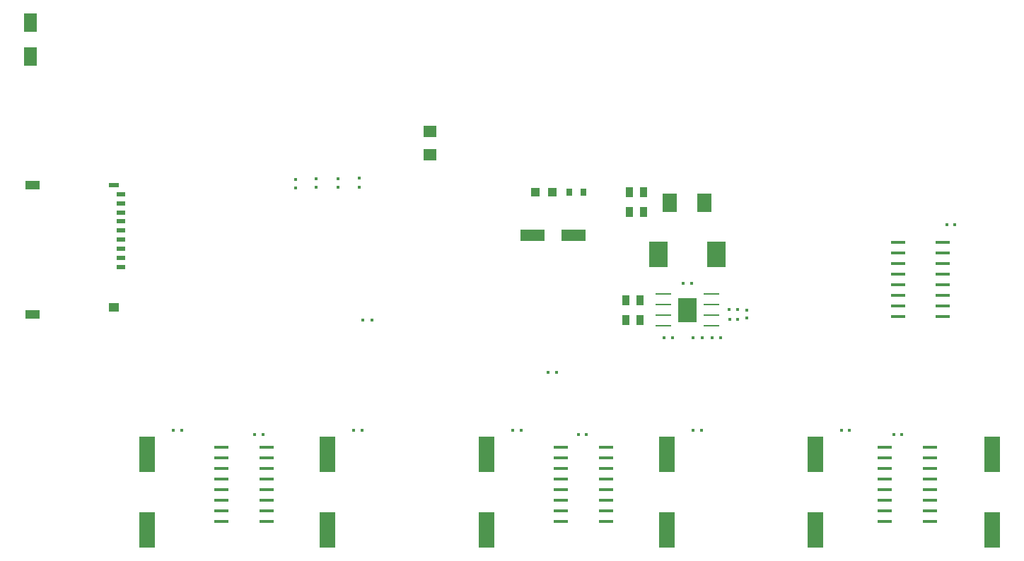
<source format=gbr>
G04 DipTrace 4.1.0.0*
G04 TopPaste.gbr*
%MOIN*%
G04 #@! TF.FileFunction,Paste,Top*
G04 #@! TF.Part,Single*
%AMOUTLINE2*
4,1,28,
-0.005053,0.008008,
0.005053,0.008008,
0.005697,0.007923,
0.006054,0.007775,
0.00636,0.007541,
0.006594,0.007235,
0.006742,0.006878,
0.006827,0.006234,
0.006827,-0.006234,
0.006742,-0.006878,
0.006594,-0.007235,
0.00636,-0.007541,
0.006054,-0.007775,
0.005697,-0.007923,
0.005053,-0.008008,
-0.005053,-0.008008,
-0.005697,-0.007923,
-0.006054,-0.007775,
-0.00636,-0.007541,
-0.006594,-0.007235,
-0.006742,-0.006878,
-0.006827,-0.006234,
-0.006827,0.006234,
-0.006742,0.006878,
-0.006594,0.007235,
-0.00636,0.007541,
-0.006054,0.007775,
-0.005697,0.007923,
-0.005053,0.008008,
0*%
%AMOUTLINE5*
4,1,28,
0.005053,-0.008008,
-0.005053,-0.008008,
-0.005697,-0.007923,
-0.006054,-0.007775,
-0.00636,-0.007541,
-0.006594,-0.007235,
-0.006742,-0.006878,
-0.006827,-0.006234,
-0.006827,0.006234,
-0.006742,0.006878,
-0.006594,0.007235,
-0.00636,0.007541,
-0.006054,0.007775,
-0.005697,0.007923,
-0.005053,0.008008,
0.005053,0.008008,
0.005697,0.007923,
0.006054,0.007775,
0.00636,0.007541,
0.006594,0.007235,
0.006742,0.006878,
0.006827,0.006234,
0.006827,-0.006234,
0.006742,-0.006878,
0.006594,-0.007235,
0.00636,-0.007541,
0.006054,-0.007775,
0.005697,-0.007923,
0.005053,-0.008008,
0*%
%AMOUTLINE8*
4,1,28,
-0.025722,0.027496,
0.025722,0.027496,
0.027386,0.027277,
0.028691,0.026736,
0.029813,0.025876,
0.030673,0.024754,
0.031214,0.023449,
0.031433,0.021785,
0.031433,-0.021785,
0.031214,-0.023449,
0.030673,-0.024754,
0.029813,-0.025876,
0.028691,-0.026736,
0.027386,-0.027277,
0.025722,-0.027496,
-0.025722,-0.027496,
-0.027386,-0.027277,
-0.028691,-0.026736,
-0.029813,-0.025876,
-0.030673,-0.024754,
-0.031214,-0.023449,
-0.031433,-0.021785,
-0.031433,0.021785,
-0.031214,0.023449,
-0.030673,0.024754,
-0.029813,0.025876,
-0.028691,0.026736,
-0.027386,0.027277,
-0.025722,0.027496,
0*%
%AMOUTLINE11*
4,1,28,
-0.011746,0.024937,
0.011746,0.024937,
0.013511,0.024705,
0.014912,0.024124,
0.016115,0.023201,
0.017038,0.021998,
0.017618,0.020598,
0.01785,0.018832,
0.01785,-0.018832,
0.017618,-0.020598,
0.017038,-0.021998,
0.016115,-0.023201,
0.014912,-0.024124,
0.013511,-0.024705,
0.011746,-0.024937,
-0.011746,-0.024937,
-0.013511,-0.024705,
-0.014912,-0.024124,
-0.016115,-0.023201,
-0.017038,-0.021998,
-0.017618,-0.020598,
-0.01785,-0.018832,
-0.01785,0.018832,
-0.017618,0.020598,
-0.017038,0.021998,
-0.016115,0.023201,
-0.014912,0.024124,
-0.013511,0.024705,
-0.011746,0.024937,
0*%
%AMOUTLINE14*
4,1,28,
0.011746,-0.024937,
-0.011746,-0.024937,
-0.013511,-0.024705,
-0.014912,-0.024124,
-0.016115,-0.023201,
-0.017038,-0.021998,
-0.017618,-0.020598,
-0.01785,-0.018832,
-0.01785,0.018832,
-0.017618,0.020598,
-0.017038,0.021998,
-0.016115,0.023201,
-0.014912,0.024124,
-0.013511,0.024705,
-0.011746,0.024937,
0.011746,0.024937,
0.013511,0.024705,
0.014912,0.024124,
0.016115,0.023201,
0.017038,0.021998,
0.017618,0.020598,
0.01785,0.018832,
0.01785,-0.018832,
0.017618,-0.020598,
0.017038,-0.021998,
0.016115,-0.023201,
0.014912,-0.024124,
0.013511,-0.024705,
0.011746,-0.024937,
0*%
%AMOUTLINE17*
4,1,28,
0.004659,-0.007614,
-0.004659,-0.007614,
-0.0051,-0.007556,
-0.005266,-0.007487,
-0.005409,-0.007378,
-0.005519,-0.007235,
-0.005588,-0.007068,
-0.005646,-0.006628,
-0.005646,0.006628,
-0.005588,0.007068,
-0.005519,0.007235,
-0.005409,0.007378,
-0.005266,0.007487,
-0.0051,0.007556,
-0.004659,0.007614,
0.004659,0.007614,
0.0051,0.007556,
0.005266,0.007487,
0.005409,0.007378,
0.005519,0.007235,
0.005588,0.007068,
0.005646,0.006628,
0.005646,-0.006628,
0.005588,-0.007068,
0.005519,-0.007235,
0.005409,-0.007378,
0.005266,-0.007487,
0.0051,-0.007556,
0.004659,-0.007614,
0*%
%AMOUTLINE20*
4,1,28,
-0.004659,0.007614,
0.004659,0.007614,
0.0051,0.007556,
0.005266,0.007487,
0.005409,0.007378,
0.005519,0.007235,
0.005588,0.007068,
0.005646,0.006628,
0.005646,-0.006628,
0.005588,-0.007068,
0.005519,-0.007235,
0.005409,-0.007378,
0.005266,-0.007487,
0.0051,-0.007556,
0.004659,-0.007614,
-0.004659,-0.007614,
-0.0051,-0.007556,
-0.005266,-0.007487,
-0.005409,-0.007378,
-0.005519,-0.007235,
-0.005588,-0.007068,
-0.005646,-0.006628,
-0.005646,0.006628,
-0.005588,0.007068,
-0.005519,0.007235,
-0.005409,0.007378,
-0.005266,0.007487,
-0.0051,0.007556,
-0.004659,0.007614,
0*%
%AMOUTLINE23*
4,1,28,
-0.007614,-0.004659,
-0.007614,0.004659,
-0.007556,0.0051,
-0.007487,0.005266,
-0.007378,0.005409,
-0.007235,0.005519,
-0.007068,0.005588,
-0.006628,0.005646,
0.006628,0.005646,
0.007068,0.005588,
0.007235,0.005519,
0.007378,0.005409,
0.007487,0.005266,
0.007556,0.0051,
0.007614,0.004659,
0.007614,-0.004659,
0.007556,-0.0051,
0.007487,-0.005266,
0.007378,-0.005409,
0.007235,-0.005519,
0.007068,-0.005588,
0.006628,-0.005646,
-0.006628,-0.005646,
-0.007068,-0.005588,
-0.007235,-0.005519,
-0.007378,-0.005409,
-0.007487,-0.005266,
-0.007556,-0.0051,
-0.007614,-0.004659,
0*%
%AMOUTLINE26*
4,1,28,
0.007614,0.004659,
0.007614,-0.004659,
0.007556,-0.0051,
0.007487,-0.005266,
0.007378,-0.005409,
0.007235,-0.005519,
0.007068,-0.005588,
0.006628,-0.005646,
-0.006628,-0.005646,
-0.007068,-0.005588,
-0.007235,-0.005519,
-0.007378,-0.005409,
-0.007487,-0.005266,
-0.007556,-0.0051,
-0.007614,-0.004659,
-0.007614,0.004659,
-0.007556,0.0051,
-0.007487,0.005266,
-0.007378,0.005409,
-0.007235,0.005519,
-0.007068,0.005588,
-0.006628,0.005646,
0.006628,0.005646,
0.007068,0.005588,
0.007235,0.005519,
0.007378,0.005409,
0.007487,0.005266,
0.007556,0.0051,
0.007614,0.004659,
0*%
%AMOUTLINE29*
4,1,28,
-0.005053,0.008205,
0.005053,0.008205,
0.005595,0.008133,
0.005857,0.008025,
0.006081,0.007853,
0.006253,0.007628,
0.006362,0.007367,
0.006433,0.006824,
0.006433,-0.006824,
0.006362,-0.007367,
0.006253,-0.007628,
0.006081,-0.007853,
0.005857,-0.008025,
0.005595,-0.008133,
0.005053,-0.008205,
-0.005053,-0.008205,
-0.005595,-0.008133,
-0.005857,-0.008025,
-0.006081,-0.007853,
-0.006253,-0.007628,
-0.006362,-0.007367,
-0.006433,-0.006824,
-0.006433,0.006824,
-0.006362,0.007367,
-0.006253,0.007628,
-0.006081,0.007853,
-0.005857,0.008025,
-0.005595,0.008133,
-0.005053,0.008205,
0*%
%AMOUTLINE32*
4,1,28,
0.005053,-0.008205,
-0.005053,-0.008205,
-0.005595,-0.008133,
-0.005857,-0.008025,
-0.006081,-0.007853,
-0.006253,-0.007628,
-0.006362,-0.007367,
-0.006433,-0.006824,
-0.006433,0.006824,
-0.006362,0.007367,
-0.006253,0.007628,
-0.006081,0.007853,
-0.005857,0.008025,
-0.005595,0.008133,
-0.005053,0.008205,
0.005053,0.008205,
0.005595,0.008133,
0.005857,0.008025,
0.006081,0.007853,
0.006253,0.007628,
0.006362,0.007367,
0.006433,0.006824,
0.006433,-0.006824,
0.006362,-0.007367,
0.006253,-0.007628,
0.006081,-0.007853,
0.005857,-0.008025,
0.005595,-0.008133,
0.005053,-0.008205,
0*%
%AMOUTLINE35*
4,1,28,
-0.008205,-0.005053,
-0.008205,0.005053,
-0.008133,0.005595,
-0.008025,0.005857,
-0.007853,0.006081,
-0.007628,0.006253,
-0.007367,0.006362,
-0.006824,0.006433,
0.006824,0.006433,
0.007367,0.006362,
0.007628,0.006253,
0.007853,0.006081,
0.008025,0.005857,
0.008133,0.005595,
0.008205,0.005053,
0.008205,-0.005053,
0.008133,-0.005595,
0.008025,-0.005857,
0.007853,-0.006081,
0.007628,-0.006253,
0.007367,-0.006362,
0.006824,-0.006433,
-0.006824,-0.006433,
-0.007367,-0.006362,
-0.007628,-0.006253,
-0.007853,-0.006081,
-0.008025,-0.005857,
-0.008133,-0.005595,
-0.008205,-0.005053,
0*%
%AMOUTLINE38*
4,1,28,
0.008205,0.005053,
0.008205,-0.005053,
0.008133,-0.005595,
0.008025,-0.005857,
0.007853,-0.006081,
0.007628,-0.006253,
0.007367,-0.006362,
0.006824,-0.006433,
-0.006824,-0.006433,
-0.007367,-0.006362,
-0.007628,-0.006253,
-0.007853,-0.006081,
-0.008025,-0.005857,
-0.008133,-0.005595,
-0.008205,-0.005053,
-0.008205,0.005053,
-0.008133,0.005595,
-0.008025,0.005857,
-0.007853,0.006081,
-0.007628,0.006253,
-0.007367,0.006362,
-0.006824,0.006433,
0.006824,0.006433,
0.007367,0.006362,
0.007628,0.006253,
0.007853,0.006081,
0.008025,0.005857,
0.008133,0.005595,
0.008205,0.005053,
0*%
%AMOUTLINE41*
4,1,28,
0.008202,-0.017063,
-0.008202,-0.017063,
-0.00956,-0.016884,
-0.010581,-0.016461,
-0.011458,-0.015789,
-0.012131,-0.014912,
-0.012554,-0.013891,
-0.012732,-0.012533,
-0.012732,0.012533,
-0.012554,0.013891,
-0.012131,0.014912,
-0.011458,0.015789,
-0.010581,0.016461,
-0.00956,0.016884,
-0.008202,0.017063,
0.008202,0.017063,
0.00956,0.016884,
0.010581,0.016461,
0.011458,0.015789,
0.012131,0.014912,
0.012554,0.013891,
0.012732,0.012533,
0.012732,-0.012533,
0.012554,-0.013891,
0.012131,-0.014912,
0.011458,-0.015789,
0.010581,-0.016461,
0.00956,-0.016884,
0.008202,-0.017063,
0*%
%AMOUTLINE44*
4,1,28,
-0.008202,0.017063,
0.008202,0.017063,
0.00956,0.016884,
0.010581,0.016461,
0.011458,0.015789,
0.012131,0.014912,
0.012554,0.013891,
0.012732,0.012533,
0.012732,-0.012533,
0.012554,-0.013891,
0.012131,-0.014912,
0.011458,-0.015789,
0.010581,-0.016461,
0.00956,-0.016884,
0.008202,-0.017063,
-0.008202,-0.017063,
-0.00956,-0.016884,
-0.010581,-0.016461,
-0.011458,-0.015789,
-0.012131,-0.014912,
-0.012554,-0.013891,
-0.012732,-0.012533,
-0.012732,0.012533,
-0.012554,0.013891,
-0.012131,0.014912,
-0.011458,0.015789,
-0.010581,0.016461,
-0.00956,0.016884,
-0.008202,0.017063,
0*%
%ADD70R,0.086488X0.114047*%
%ADD72R,0.076646X0.009717*%
%ADD74R,0.07074X0.015622*%
%ADD84R,0.047118X0.023496*%
%ADD86R,0.047118X0.039244*%
%ADD88R,0.07074X0.039244*%
%ADD90R,0.043181X0.019559*%
%ADD94R,0.039244X0.039244*%
%ADD96R,0.066803X0.090425*%
%ADD106R,0.090425X0.121921*%
%ADD108R,0.058929X0.090425*%
%ADD110R,0.116016X0.054992*%
%ADD112R,0.074677X0.169165*%
%ADD119OUTLINE2*%
%ADD122OUTLINE5*%
%ADD125OUTLINE8*%
%ADD128OUTLINE11*%
%ADD131OUTLINE14*%
%ADD134OUTLINE17*%
%ADD137OUTLINE20*%
%ADD140OUTLINE23*%
%ADD143OUTLINE26*%
%ADD146OUTLINE29*%
%ADD149OUTLINE32*%
%ADD152OUTLINE35*%
%ADD155OUTLINE38*%
%ADD158OUTLINE41*%
%ADD161OUTLINE44*%
%FSLAX26Y26*%
G04*
G70*
G90*
G75*
G01*
G04 TopPaste*
%LPD*%
D119*
X1549610Y2369000D3*
D122*
X1588193D3*
D119*
X1166164Y2387749D3*
D122*
X1204747D3*
D119*
X2016164Y2387751D3*
D122*
X2054747D3*
D119*
X2766164D3*
D122*
X2804747D3*
D119*
X3616164D3*
D122*
X3654747D3*
D119*
X4315319D3*
D122*
X4353902D3*
X2971836Y2662751D3*
D119*
X2933253D3*
D125*
X2375249Y3799118D3*
Y3688882D3*
D119*
X3074610Y2369000D3*
D122*
X3113193D3*
D112*
X1044000Y1919000D3*
Y2273331D3*
D119*
X4562110Y2369000D3*
D122*
X4600693D3*
D112*
X1894000Y1919000D3*
Y2273331D3*
D119*
X4812209Y3356500D3*
D122*
X4850791D3*
D112*
X2644000Y1919000D3*
Y2273331D3*
D119*
X3570969Y3081500D3*
D122*
X3609551D3*
D128*
X3298035Y3000249D3*
D131*
X3364965D3*
D128*
X3298035Y2906500D3*
D131*
X3364965D3*
D128*
X3316785Y3512749D3*
D131*
X3383714D3*
D128*
X3316785Y3419000D3*
D131*
X3383714D3*
D110*
X3052955Y3306499D3*
X2860042D3*
D134*
X3825004Y2912749D3*
D137*
X3787996D3*
D112*
X3494000Y1919000D3*
Y2273331D3*
D140*
X3869000Y2919245D3*
D143*
Y2956253D3*
D112*
X4194000Y1919000D3*
Y2273331D3*
X5025251Y1919000D3*
Y2273331D3*
D108*
X494002Y4152751D3*
X494000Y4310231D3*
D106*
X3726087Y3219000D3*
X3454433D3*
D96*
X3668458Y3462749D3*
X3507041D3*
D94*
X2954088Y3512749D3*
X2871411D3*
D146*
X2061224Y2906500D3*
D149*
X2101776D3*
X3658025Y2825249D3*
D146*
X3617474D3*
D149*
X3520525D3*
D146*
X3479974D3*
D149*
X3826776Y2956745D3*
D146*
X3786224D3*
D149*
X3745525Y2825250D3*
D146*
X3704974Y2825249D3*
D152*
X1744000Y3529974D3*
D155*
Y3570525D3*
D152*
X1840850Y3533173D3*
D155*
Y3573724D3*
D152*
X1942867Y3533173D3*
D155*
Y3573724D3*
D152*
X2044000Y3536224D3*
D155*
Y3576776D3*
D158*
X3098297Y3512749D3*
D161*
X3031761D3*
D90*
X919000Y3156500D3*
Y3199807D3*
Y3243114D3*
Y3286421D3*
Y3329728D3*
Y3373035D3*
Y3416343D3*
Y3459650D3*
Y3502957D3*
D88*
X503646Y2935240D3*
D86*
X885535Y2968311D3*
D84*
Y3546264D3*
D88*
X503646D3*
D74*
X1394000Y2306500D3*
Y2256500D3*
Y2206500D3*
Y2156500D3*
Y2106500D3*
Y2056500D3*
Y2006500D3*
Y1956500D3*
X1606598D3*
Y2006500D3*
Y2056500D3*
Y2106500D3*
Y2156500D3*
Y2206500D3*
Y2256500D3*
Y2306500D3*
X2994000D3*
Y2256500D3*
Y2206500D3*
Y2156500D3*
Y2106500D3*
Y2056500D3*
Y2006500D3*
Y1956500D3*
X3206598D3*
Y2006500D3*
Y2056500D3*
Y2106500D3*
Y2156500D3*
Y2206500D3*
Y2256500D3*
Y2306500D3*
X4519000D3*
Y2256500D3*
Y2206500D3*
Y2156500D3*
Y2106500D3*
Y2056500D3*
Y2006500D3*
Y1956500D3*
X4731598D3*
Y2006500D3*
Y2056500D3*
Y2106500D3*
Y2156500D3*
Y2206500D3*
Y2256500D3*
Y2306500D3*
X4581450Y3275249D3*
Y3225249D3*
Y3175249D3*
Y3125249D3*
Y3075249D3*
Y3025249D3*
Y2975249D3*
Y2925249D3*
X4794049D3*
Y2975249D3*
Y3025249D3*
Y3075249D3*
Y3125249D3*
Y3175249D3*
Y3225249D3*
Y3275249D3*
D72*
X3477071Y3030122D3*
Y2980122D3*
Y2930122D3*
Y2880122D3*
X3703449D3*
Y2930122D3*
Y2980122D3*
Y3030122D3*
D70*
X3590260Y2955122D3*
M02*

</source>
